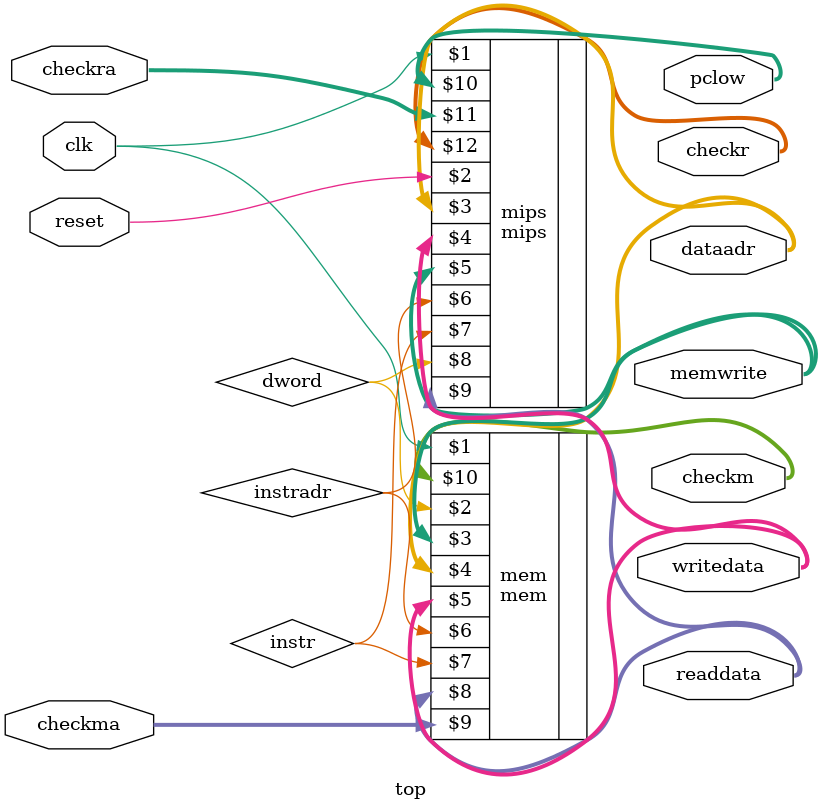
<source format=sv>
`timescale 1ns / 1ps

module top#(parameter N = 64)(
    input   logic           clk, reset,
    output  logic [N-1:0]   writedata, dataadr,
    output  logic [1:0]     memwrite,
    output  logic [N-1:0]   readdata,
    output  logic [7:0]     pclow,
    input   logic [7:0]     checkra,
    output  logic [N-1:0]   checkr,
    input   logic [7:0]     checkma,
    output  logic [31:0]    checkm
);
    logic dword;
    mips mips(clk,reset,dataadr,writedata,memwrite,instradr,instr,dword,readdata,pclow,checkra,checkr);
    mem mem(clk,dword,memwrite,dataadr,writedata,instradr,instr,readdata,checkma,checkm);

endmodule
</source>
